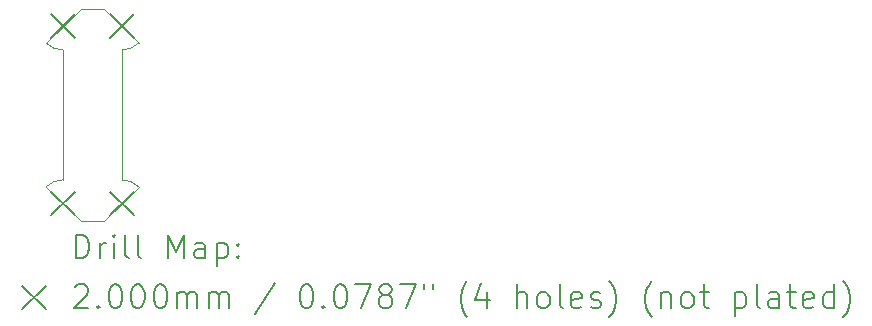
<source format=gbr>
%TF.GenerationSoftware,KiCad,Pcbnew,6.0.11+dfsg-1*%
%TF.CreationDate,2023-06-30T12:50:17+02:00*%
%TF.ProjectId,pcb-connector,7063622d-636f-46e6-9e65-63746f722e6b,2*%
%TF.SameCoordinates,Original*%
%TF.FileFunction,Drillmap*%
%TF.FilePolarity,Positive*%
%FSLAX45Y45*%
G04 Gerber Fmt 4.5, Leading zero omitted, Abs format (unit mm)*
G04 Created by KiCad (PCBNEW 6.0.11+dfsg-1) date 2023-06-30 12:50:17*
%MOMM*%
%LPD*%
G01*
G04 APERTURE LIST*
%ADD10C,0.100000*%
%ADD11C,0.200000*%
G04 APERTURE END LIST*
D10*
X15141421Y-8858579D02*
G75*
G03*
X15000000Y-8800000I-141421J-141421D01*
G01*
X15000000Y-7700000D02*
G75*
G03*
X15141421Y-7641421I0J200000D01*
G01*
X14500000Y-7950000D02*
X14500000Y-8550000D01*
X14650000Y-7350000D02*
X14358579Y-7641421D01*
X14850000Y-7350000D02*
X14650000Y-7350000D01*
X14358579Y-8858579D02*
X14650000Y-9150000D01*
X15000000Y-7700000D02*
X15000000Y-8800000D01*
X14500000Y-8550000D02*
X14500000Y-8800000D01*
X14500000Y-8800000D02*
G75*
G03*
X14358579Y-8858579I0J-200000D01*
G01*
X14850000Y-9150000D02*
X15141421Y-8858579D01*
X14500000Y-7700000D02*
X14500000Y-7950000D01*
X14650000Y-9150000D02*
X14850000Y-9150000D01*
X14358579Y-7641421D02*
G75*
G03*
X14500000Y-7700000I141421J141421D01*
G01*
X15141421Y-7641421D02*
X14850000Y-7350000D01*
D11*
X14400000Y-7400000D02*
X14600000Y-7600000D01*
X14600000Y-7400000D02*
X14400000Y-7600000D01*
X14400000Y-8900000D02*
X14600000Y-9100000D01*
X14600000Y-8900000D02*
X14400000Y-9100000D01*
X14900000Y-7400000D02*
X15100000Y-7600000D01*
X15100000Y-7400000D02*
X14900000Y-7600000D01*
X14900000Y-8900000D02*
X15100000Y-9100000D01*
X15100000Y-8900000D02*
X14900000Y-9100000D01*
X14611198Y-9465476D02*
X14611198Y-9265476D01*
X14658817Y-9265476D01*
X14687388Y-9275000D01*
X14706436Y-9294048D01*
X14715959Y-9313095D01*
X14725483Y-9351190D01*
X14725483Y-9379762D01*
X14715959Y-9417857D01*
X14706436Y-9436905D01*
X14687388Y-9455952D01*
X14658817Y-9465476D01*
X14611198Y-9465476D01*
X14811198Y-9465476D02*
X14811198Y-9332143D01*
X14811198Y-9370238D02*
X14820721Y-9351190D01*
X14830245Y-9341667D01*
X14849293Y-9332143D01*
X14868340Y-9332143D01*
X14935007Y-9465476D02*
X14935007Y-9332143D01*
X14935007Y-9265476D02*
X14925483Y-9275000D01*
X14935007Y-9284524D01*
X14944531Y-9275000D01*
X14935007Y-9265476D01*
X14935007Y-9284524D01*
X15058817Y-9465476D02*
X15039769Y-9455952D01*
X15030245Y-9436905D01*
X15030245Y-9265476D01*
X15163579Y-9465476D02*
X15144531Y-9455952D01*
X15135007Y-9436905D01*
X15135007Y-9265476D01*
X15392150Y-9465476D02*
X15392150Y-9265476D01*
X15458817Y-9408333D01*
X15525483Y-9265476D01*
X15525483Y-9465476D01*
X15706436Y-9465476D02*
X15706436Y-9360714D01*
X15696912Y-9341667D01*
X15677864Y-9332143D01*
X15639769Y-9332143D01*
X15620721Y-9341667D01*
X15706436Y-9455952D02*
X15687388Y-9465476D01*
X15639769Y-9465476D01*
X15620721Y-9455952D01*
X15611198Y-9436905D01*
X15611198Y-9417857D01*
X15620721Y-9398810D01*
X15639769Y-9389286D01*
X15687388Y-9389286D01*
X15706436Y-9379762D01*
X15801674Y-9332143D02*
X15801674Y-9532143D01*
X15801674Y-9341667D02*
X15820721Y-9332143D01*
X15858817Y-9332143D01*
X15877864Y-9341667D01*
X15887388Y-9351190D01*
X15896912Y-9370238D01*
X15896912Y-9427381D01*
X15887388Y-9446429D01*
X15877864Y-9455952D01*
X15858817Y-9465476D01*
X15820721Y-9465476D01*
X15801674Y-9455952D01*
X15982626Y-9446429D02*
X15992150Y-9455952D01*
X15982626Y-9465476D01*
X15973102Y-9455952D01*
X15982626Y-9446429D01*
X15982626Y-9465476D01*
X15982626Y-9341667D02*
X15992150Y-9351190D01*
X15982626Y-9360714D01*
X15973102Y-9351190D01*
X15982626Y-9341667D01*
X15982626Y-9360714D01*
X14153579Y-9695000D02*
X14353579Y-9895000D01*
X14353579Y-9695000D02*
X14153579Y-9895000D01*
X14601674Y-9704524D02*
X14611198Y-9695000D01*
X14630245Y-9685476D01*
X14677864Y-9685476D01*
X14696912Y-9695000D01*
X14706436Y-9704524D01*
X14715959Y-9723571D01*
X14715959Y-9742619D01*
X14706436Y-9771190D01*
X14592150Y-9885476D01*
X14715959Y-9885476D01*
X14801674Y-9866429D02*
X14811198Y-9875952D01*
X14801674Y-9885476D01*
X14792150Y-9875952D01*
X14801674Y-9866429D01*
X14801674Y-9885476D01*
X14935007Y-9685476D02*
X14954055Y-9685476D01*
X14973102Y-9695000D01*
X14982626Y-9704524D01*
X14992150Y-9723571D01*
X15001674Y-9761667D01*
X15001674Y-9809286D01*
X14992150Y-9847381D01*
X14982626Y-9866429D01*
X14973102Y-9875952D01*
X14954055Y-9885476D01*
X14935007Y-9885476D01*
X14915959Y-9875952D01*
X14906436Y-9866429D01*
X14896912Y-9847381D01*
X14887388Y-9809286D01*
X14887388Y-9761667D01*
X14896912Y-9723571D01*
X14906436Y-9704524D01*
X14915959Y-9695000D01*
X14935007Y-9685476D01*
X15125483Y-9685476D02*
X15144531Y-9685476D01*
X15163579Y-9695000D01*
X15173102Y-9704524D01*
X15182626Y-9723571D01*
X15192150Y-9761667D01*
X15192150Y-9809286D01*
X15182626Y-9847381D01*
X15173102Y-9866429D01*
X15163579Y-9875952D01*
X15144531Y-9885476D01*
X15125483Y-9885476D01*
X15106436Y-9875952D01*
X15096912Y-9866429D01*
X15087388Y-9847381D01*
X15077864Y-9809286D01*
X15077864Y-9761667D01*
X15087388Y-9723571D01*
X15096912Y-9704524D01*
X15106436Y-9695000D01*
X15125483Y-9685476D01*
X15315959Y-9685476D02*
X15335007Y-9685476D01*
X15354055Y-9695000D01*
X15363579Y-9704524D01*
X15373102Y-9723571D01*
X15382626Y-9761667D01*
X15382626Y-9809286D01*
X15373102Y-9847381D01*
X15363579Y-9866429D01*
X15354055Y-9875952D01*
X15335007Y-9885476D01*
X15315959Y-9885476D01*
X15296912Y-9875952D01*
X15287388Y-9866429D01*
X15277864Y-9847381D01*
X15268340Y-9809286D01*
X15268340Y-9761667D01*
X15277864Y-9723571D01*
X15287388Y-9704524D01*
X15296912Y-9695000D01*
X15315959Y-9685476D01*
X15468340Y-9885476D02*
X15468340Y-9752143D01*
X15468340Y-9771190D02*
X15477864Y-9761667D01*
X15496912Y-9752143D01*
X15525483Y-9752143D01*
X15544531Y-9761667D01*
X15554055Y-9780714D01*
X15554055Y-9885476D01*
X15554055Y-9780714D02*
X15563579Y-9761667D01*
X15582626Y-9752143D01*
X15611198Y-9752143D01*
X15630245Y-9761667D01*
X15639769Y-9780714D01*
X15639769Y-9885476D01*
X15735007Y-9885476D02*
X15735007Y-9752143D01*
X15735007Y-9771190D02*
X15744531Y-9761667D01*
X15763579Y-9752143D01*
X15792150Y-9752143D01*
X15811198Y-9761667D01*
X15820721Y-9780714D01*
X15820721Y-9885476D01*
X15820721Y-9780714D02*
X15830245Y-9761667D01*
X15849293Y-9752143D01*
X15877864Y-9752143D01*
X15896912Y-9761667D01*
X15906436Y-9780714D01*
X15906436Y-9885476D01*
X16296912Y-9675952D02*
X16125483Y-9933095D01*
X16554055Y-9685476D02*
X16573102Y-9685476D01*
X16592150Y-9695000D01*
X16601674Y-9704524D01*
X16611198Y-9723571D01*
X16620721Y-9761667D01*
X16620721Y-9809286D01*
X16611198Y-9847381D01*
X16601674Y-9866429D01*
X16592150Y-9875952D01*
X16573102Y-9885476D01*
X16554055Y-9885476D01*
X16535007Y-9875952D01*
X16525483Y-9866429D01*
X16515959Y-9847381D01*
X16506436Y-9809286D01*
X16506436Y-9761667D01*
X16515959Y-9723571D01*
X16525483Y-9704524D01*
X16535007Y-9695000D01*
X16554055Y-9685476D01*
X16706436Y-9866429D02*
X16715959Y-9875952D01*
X16706436Y-9885476D01*
X16696912Y-9875952D01*
X16706436Y-9866429D01*
X16706436Y-9885476D01*
X16839769Y-9685476D02*
X16858817Y-9685476D01*
X16877864Y-9695000D01*
X16887388Y-9704524D01*
X16896912Y-9723571D01*
X16906436Y-9761667D01*
X16906436Y-9809286D01*
X16896912Y-9847381D01*
X16887388Y-9866429D01*
X16877864Y-9875952D01*
X16858817Y-9885476D01*
X16839769Y-9885476D01*
X16820721Y-9875952D01*
X16811198Y-9866429D01*
X16801674Y-9847381D01*
X16792150Y-9809286D01*
X16792150Y-9761667D01*
X16801674Y-9723571D01*
X16811198Y-9704524D01*
X16820721Y-9695000D01*
X16839769Y-9685476D01*
X16973102Y-9685476D02*
X17106436Y-9685476D01*
X17020721Y-9885476D01*
X17211198Y-9771190D02*
X17192150Y-9761667D01*
X17182626Y-9752143D01*
X17173102Y-9733095D01*
X17173102Y-9723571D01*
X17182626Y-9704524D01*
X17192150Y-9695000D01*
X17211198Y-9685476D01*
X17249293Y-9685476D01*
X17268341Y-9695000D01*
X17277864Y-9704524D01*
X17287388Y-9723571D01*
X17287388Y-9733095D01*
X17277864Y-9752143D01*
X17268341Y-9761667D01*
X17249293Y-9771190D01*
X17211198Y-9771190D01*
X17192150Y-9780714D01*
X17182626Y-9790238D01*
X17173102Y-9809286D01*
X17173102Y-9847381D01*
X17182626Y-9866429D01*
X17192150Y-9875952D01*
X17211198Y-9885476D01*
X17249293Y-9885476D01*
X17268341Y-9875952D01*
X17277864Y-9866429D01*
X17287388Y-9847381D01*
X17287388Y-9809286D01*
X17277864Y-9790238D01*
X17268341Y-9780714D01*
X17249293Y-9771190D01*
X17354055Y-9685476D02*
X17487388Y-9685476D01*
X17401674Y-9885476D01*
X17554055Y-9685476D02*
X17554055Y-9723571D01*
X17630245Y-9685476D02*
X17630245Y-9723571D01*
X17925483Y-9961667D02*
X17915960Y-9952143D01*
X17896912Y-9923571D01*
X17887388Y-9904524D01*
X17877864Y-9875952D01*
X17868341Y-9828333D01*
X17868341Y-9790238D01*
X17877864Y-9742619D01*
X17887388Y-9714048D01*
X17896912Y-9695000D01*
X17915960Y-9666429D01*
X17925483Y-9656905D01*
X18087388Y-9752143D02*
X18087388Y-9885476D01*
X18039769Y-9675952D02*
X17992150Y-9818810D01*
X18115960Y-9818810D01*
X18344531Y-9885476D02*
X18344531Y-9685476D01*
X18430245Y-9885476D02*
X18430245Y-9780714D01*
X18420721Y-9761667D01*
X18401674Y-9752143D01*
X18373102Y-9752143D01*
X18354055Y-9761667D01*
X18344531Y-9771190D01*
X18554055Y-9885476D02*
X18535007Y-9875952D01*
X18525483Y-9866429D01*
X18515960Y-9847381D01*
X18515960Y-9790238D01*
X18525483Y-9771190D01*
X18535007Y-9761667D01*
X18554055Y-9752143D01*
X18582626Y-9752143D01*
X18601674Y-9761667D01*
X18611198Y-9771190D01*
X18620721Y-9790238D01*
X18620721Y-9847381D01*
X18611198Y-9866429D01*
X18601674Y-9875952D01*
X18582626Y-9885476D01*
X18554055Y-9885476D01*
X18735007Y-9885476D02*
X18715960Y-9875952D01*
X18706436Y-9856905D01*
X18706436Y-9685476D01*
X18887388Y-9875952D02*
X18868341Y-9885476D01*
X18830245Y-9885476D01*
X18811198Y-9875952D01*
X18801674Y-9856905D01*
X18801674Y-9780714D01*
X18811198Y-9761667D01*
X18830245Y-9752143D01*
X18868341Y-9752143D01*
X18887388Y-9761667D01*
X18896912Y-9780714D01*
X18896912Y-9799762D01*
X18801674Y-9818810D01*
X18973102Y-9875952D02*
X18992150Y-9885476D01*
X19030245Y-9885476D01*
X19049293Y-9875952D01*
X19058817Y-9856905D01*
X19058817Y-9847381D01*
X19049293Y-9828333D01*
X19030245Y-9818810D01*
X19001674Y-9818810D01*
X18982626Y-9809286D01*
X18973102Y-9790238D01*
X18973102Y-9780714D01*
X18982626Y-9761667D01*
X19001674Y-9752143D01*
X19030245Y-9752143D01*
X19049293Y-9761667D01*
X19125483Y-9961667D02*
X19135007Y-9952143D01*
X19154055Y-9923571D01*
X19163579Y-9904524D01*
X19173102Y-9875952D01*
X19182626Y-9828333D01*
X19182626Y-9790238D01*
X19173102Y-9742619D01*
X19163579Y-9714048D01*
X19154055Y-9695000D01*
X19135007Y-9666429D01*
X19125483Y-9656905D01*
X19487388Y-9961667D02*
X19477864Y-9952143D01*
X19458817Y-9923571D01*
X19449293Y-9904524D01*
X19439769Y-9875952D01*
X19430245Y-9828333D01*
X19430245Y-9790238D01*
X19439769Y-9742619D01*
X19449293Y-9714048D01*
X19458817Y-9695000D01*
X19477864Y-9666429D01*
X19487388Y-9656905D01*
X19563579Y-9752143D02*
X19563579Y-9885476D01*
X19563579Y-9771190D02*
X19573102Y-9761667D01*
X19592150Y-9752143D01*
X19620721Y-9752143D01*
X19639769Y-9761667D01*
X19649293Y-9780714D01*
X19649293Y-9885476D01*
X19773102Y-9885476D02*
X19754055Y-9875952D01*
X19744531Y-9866429D01*
X19735007Y-9847381D01*
X19735007Y-9790238D01*
X19744531Y-9771190D01*
X19754055Y-9761667D01*
X19773102Y-9752143D01*
X19801674Y-9752143D01*
X19820721Y-9761667D01*
X19830245Y-9771190D01*
X19839769Y-9790238D01*
X19839769Y-9847381D01*
X19830245Y-9866429D01*
X19820721Y-9875952D01*
X19801674Y-9885476D01*
X19773102Y-9885476D01*
X19896912Y-9752143D02*
X19973102Y-9752143D01*
X19925483Y-9685476D02*
X19925483Y-9856905D01*
X19935007Y-9875952D01*
X19954055Y-9885476D01*
X19973102Y-9885476D01*
X20192150Y-9752143D02*
X20192150Y-9952143D01*
X20192150Y-9761667D02*
X20211198Y-9752143D01*
X20249293Y-9752143D01*
X20268341Y-9761667D01*
X20277864Y-9771190D01*
X20287388Y-9790238D01*
X20287388Y-9847381D01*
X20277864Y-9866429D01*
X20268341Y-9875952D01*
X20249293Y-9885476D01*
X20211198Y-9885476D01*
X20192150Y-9875952D01*
X20401674Y-9885476D02*
X20382626Y-9875952D01*
X20373102Y-9856905D01*
X20373102Y-9685476D01*
X20563579Y-9885476D02*
X20563579Y-9780714D01*
X20554055Y-9761667D01*
X20535007Y-9752143D01*
X20496912Y-9752143D01*
X20477864Y-9761667D01*
X20563579Y-9875952D02*
X20544531Y-9885476D01*
X20496912Y-9885476D01*
X20477864Y-9875952D01*
X20468341Y-9856905D01*
X20468341Y-9837857D01*
X20477864Y-9818810D01*
X20496912Y-9809286D01*
X20544531Y-9809286D01*
X20563579Y-9799762D01*
X20630245Y-9752143D02*
X20706436Y-9752143D01*
X20658817Y-9685476D02*
X20658817Y-9856905D01*
X20668341Y-9875952D01*
X20687388Y-9885476D01*
X20706436Y-9885476D01*
X20849293Y-9875952D02*
X20830245Y-9885476D01*
X20792150Y-9885476D01*
X20773102Y-9875952D01*
X20763579Y-9856905D01*
X20763579Y-9780714D01*
X20773102Y-9761667D01*
X20792150Y-9752143D01*
X20830245Y-9752143D01*
X20849293Y-9761667D01*
X20858817Y-9780714D01*
X20858817Y-9799762D01*
X20763579Y-9818810D01*
X21030245Y-9885476D02*
X21030245Y-9685476D01*
X21030245Y-9875952D02*
X21011198Y-9885476D01*
X20973102Y-9885476D01*
X20954055Y-9875952D01*
X20944531Y-9866429D01*
X20935007Y-9847381D01*
X20935007Y-9790238D01*
X20944531Y-9771190D01*
X20954055Y-9761667D01*
X20973102Y-9752143D01*
X21011198Y-9752143D01*
X21030245Y-9761667D01*
X21106436Y-9961667D02*
X21115960Y-9952143D01*
X21135007Y-9923571D01*
X21144531Y-9904524D01*
X21154055Y-9875952D01*
X21163579Y-9828333D01*
X21163579Y-9790238D01*
X21154055Y-9742619D01*
X21144531Y-9714048D01*
X21135007Y-9695000D01*
X21115960Y-9666429D01*
X21106436Y-9656905D01*
M02*

</source>
